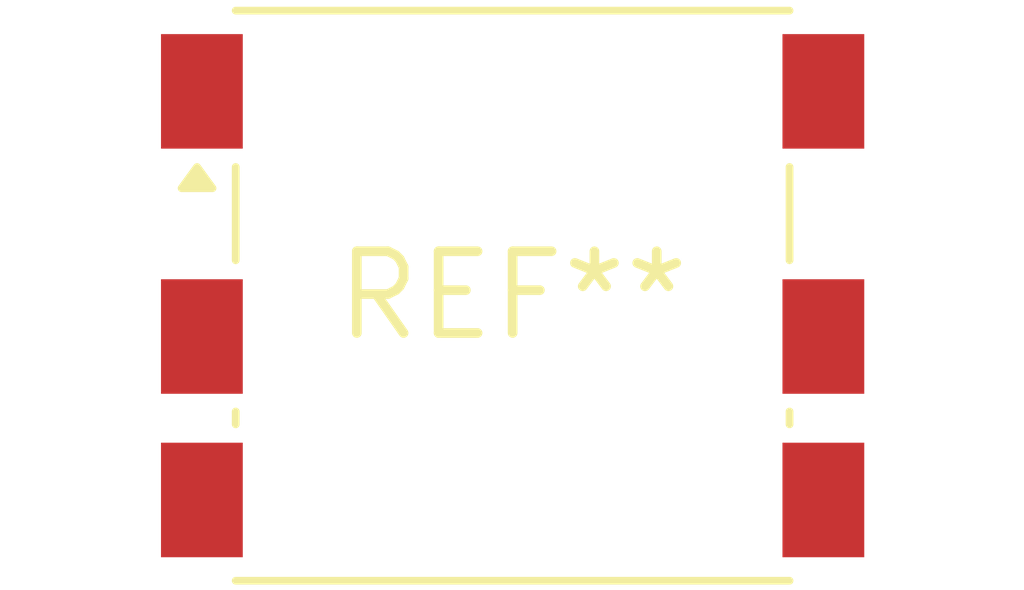
<source format=kicad_pcb>
(kicad_pcb (version 20240108) (generator pcbnew)
  (layers (0 "F.Cu" signal) (31 "B.Cu" signal) (34 "B.Paste" user) (35 "F.Paste" user) (36 "B.SilkS" user "B.Silkscreen") (37 "F.SilkS" user "F.Silkscreen") (38 "B.Mask" user) (39 "F.Mask" user) (44 "Edge.Cuts" user))
  (net 0 "")
  (footprint "Pulse_PA2005NL" (layer "F.Cu") (at 0 0)
    (property "Reference" "REF**")
    (property "Value" "Pulse_PA2005NL")
    (fp_line (start -4.3 -4.43) (end 4.3 -4.43) (layer "F.SilkS") (stroke (width 0.12)))
    (fp_line (start -4.3 -0.55) (end -4.3 -2) (layer "F.SilkS") (stroke (width 0.12)))
    (fp_line (start -4.3 1.8) (end -4.3 2) (layer "F.SilkS") (stroke (width 0.12)))
    (fp_line (start -4.3 4.43) (end 4.3 4.43) (layer "F.SilkS") (stroke (width 0.12)))
    (fp_line (start 4.3 -2) (end 4.3 -0.55) (layer "F.SilkS") (stroke (width 0.12)))
    (fp_line (start 4.3 2) (end 4.3 1.8) (layer "F.SilkS") (stroke (width 0.12)))
    (fp_poly (pts (xy -4.9 -2) (xy -4.66 -1.67) (xy -5.14 -1.67) (xy -4.9 -2)) (layer "F.SilkS") (stroke (width 0.12)) (fill solid))
    (pad "1" smd rect (at -4.825 -3.175) (size 1.27 1.78) (layers "F.Cu" "F.Paste" "F.Mask"))
    (pad "2" smd rect (at -4.825 0.635) (size 1.27 1.78) (layers "F.Cu" "F.Paste" "F.Mask"))
    (pad "3" smd rect (at -4.825 3.175) (size 1.27 1.78) (layers "F.Cu" "F.Paste" "F.Mask"))
    (pad "4" smd rect (at 4.825 3.175) (size 1.27 1.78) (layers "F.Cu" "F.Paste" "F.Mask"))
    (pad "5" smd rect (at 4.825 0.635) (size 1.27 1.78) (layers "F.Cu" "F.Paste" "F.Mask"))
    (pad "6" smd rect (at 4.825 -3.175) (size 1.27 1.78) (layers "F.Cu" "F.Paste" "F.Mask"))
  )
)
</source>
